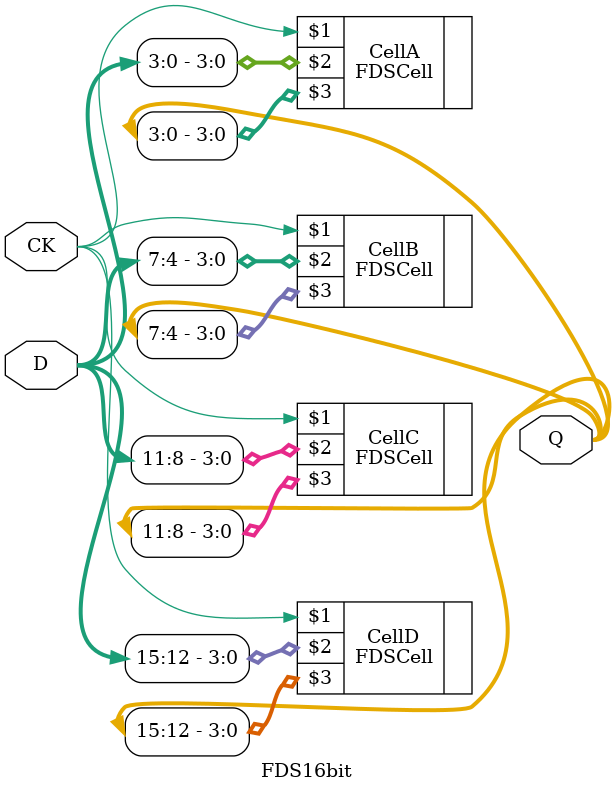
<source format=v>


module FDS16bit(
	input CK,
	input [15:0] D,
	output [15:0] Q
);

	FDSCell CellA(CK, D[3:0], Q[3:0]);
	FDSCell CellB(CK, D[7:4], Q[7:4]);
	FDSCell CellC(CK, D[11:8], Q[11:8]);
	FDSCell CellD(CK, D[15:12], Q[15:12]);
	
endmodule

</source>
